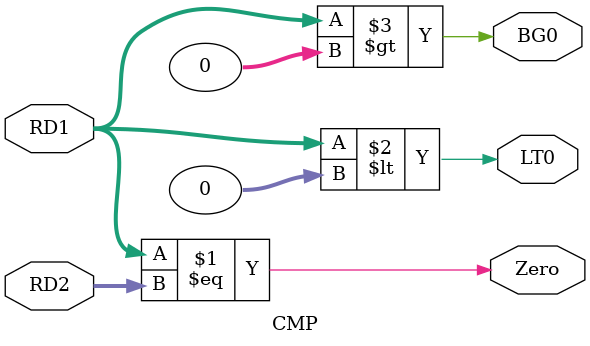
<source format=v>
`timescale 1ns / 1ps
module CMP(RD1, RD2, Zero, LT0, BG0);
	input [31:0] RD1;
	input [31:0] RD2;
	output Zero;
	output LT0;
	output BG0;
	
	assign Zero = (RD1 == RD2);
	assign LT0 = ($signed(RD1) < 0);
	assign BG0 = ($signed(RD1) > 0);
endmodule

</source>
